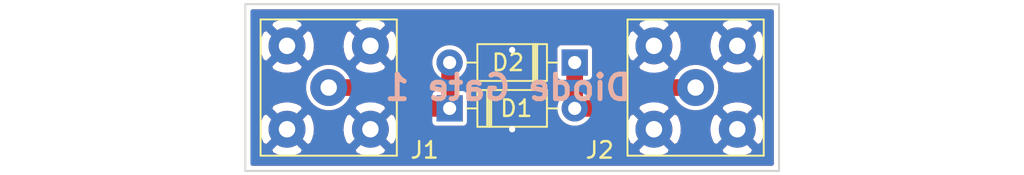
<source format=kicad_pcb>
(kicad_pcb (version 20171130) (host pcbnew "(5.1.5)-3")

  (general
    (thickness 1.6)
    (drawings 5)
    (tracks 10)
    (zones 0)
    (modules 4)
    (nets 4)
  )

  (page A4)
  (title_block
    (title "Diode Gate 1")
    (rev v01)
    (comment 2 "ARTS Lab")
    (comment 3 "University of South Carolina")
    (comment 4 "Jacob Martin")
  )

  (layers
    (0 F.Cu signal)
    (31 B.Cu signal hide)
    (32 B.Adhes user)
    (33 F.Adhes user)
    (34 B.Paste user)
    (35 F.Paste user)
    (36 B.SilkS user)
    (37 F.SilkS user)
    (38 B.Mask user)
    (39 F.Mask user)
    (40 Dwgs.User user)
    (41 Cmts.User user)
    (42 Eco1.User user)
    (43 Eco2.User user)
    (44 Edge.Cuts user)
    (45 Margin user)
    (46 B.CrtYd user)
    (47 F.CrtYd user)
    (48 B.Fab user)
    (49 F.Fab user hide)
  )

  (setup
    (last_trace_width 0.254)
    (user_trace_width 1.016)
    (trace_clearance 0.254)
    (zone_clearance 0.254)
    (zone_45_only no)
    (trace_min 0.1524)
    (via_size 0.762)
    (via_drill 0.381)
    (via_min_size 0.508)
    (via_min_drill 0.254)
    (uvia_size 0.762)
    (uvia_drill 0.381)
    (uvias_allowed no)
    (uvia_min_size 0.2)
    (uvia_min_drill 0.1)
    (edge_width 0.05)
    (segment_width 0.2)
    (pcb_text_width 0.3)
    (pcb_text_size 1.5 1.5)
    (mod_edge_width 0.12)
    (mod_text_size 1 1)
    (mod_text_width 0.15)
    (pad_size 2.25 2.25)
    (pad_drill 1)
    (pad_to_mask_clearance 0.051)
    (solder_mask_min_width 0.25)
    (aux_axis_origin 0 0)
    (visible_elements 7FFFFFFF)
    (pcbplotparams
      (layerselection 0x010f0_ffffffff)
      (usegerberextensions true)
      (usegerberattributes false)
      (usegerberadvancedattributes false)
      (creategerberjobfile false)
      (excludeedgelayer true)
      (linewidth 0.100000)
      (plotframeref false)
      (viasonmask false)
      (mode 1)
      (useauxorigin false)
      (hpglpennumber 1)
      (hpglpenspeed 20)
      (hpglpendiameter 15.000000)
      (psnegative false)
      (psa4output false)
      (plotreference true)
      (plotvalue false)
      (plotinvisibletext false)
      (padsonsilk false)
      (subtractmaskfromsilk false)
      (outputformat 1)
      (mirror false)
      (drillshape 0)
      (scaleselection 1)
      (outputdirectory "gerbers/"))
  )

  (net 0 "")
  (net 1 "Net-(D1-Pad1)")
  (net 2 "Net-(D1-Pad2)")
  (net 3 GND)

  (net_class Default "This is the default net class."
    (clearance 0.254)
    (trace_width 0.254)
    (via_dia 0.762)
    (via_drill 0.381)
    (uvia_dia 0.762)
    (uvia_drill 0.381)
    (add_net GND)
    (add_net "Net-(D1-Pad1)")
    (add_net "Net-(D1-Pad2)")
  )

  (module Diode_THT:D_DO-35_SOD27_P7.62mm_Horizontal (layer F.Cu) (tedit 5AE50CD5) (tstamp 5F7C1F32)
    (at 150.368 96.012)
    (descr "Diode, DO-35_SOD27 series, Axial, Horizontal, pin pitch=7.62mm, , length*diameter=4*2mm^2, , http://www.diodes.com/_files/packages/DO-35.pdf")
    (tags "Diode DO-35_SOD27 series Axial Horizontal pin pitch 7.62mm  length 4mm diameter 2mm")
    (path /5F765E51)
    (fp_text reference D1 (at 4.064 0) (layer F.SilkS)
      (effects (font (size 1 1) (thickness 0.15)))
    )
    (fp_text value 1N4148 (at 3.81 2.12) (layer F.Fab)
      (effects (font (size 1 1) (thickness 0.15)))
    )
    (fp_line (start 1.81 -1) (end 1.81 1) (layer F.Fab) (width 0.1))
    (fp_line (start 1.81 1) (end 5.81 1) (layer F.Fab) (width 0.1))
    (fp_line (start 5.81 1) (end 5.81 -1) (layer F.Fab) (width 0.1))
    (fp_line (start 5.81 -1) (end 1.81 -1) (layer F.Fab) (width 0.1))
    (fp_line (start 0 0) (end 1.81 0) (layer F.Fab) (width 0.1))
    (fp_line (start 7.62 0) (end 5.81 0) (layer F.Fab) (width 0.1))
    (fp_line (start 2.41 -1) (end 2.41 1) (layer F.Fab) (width 0.1))
    (fp_line (start 2.51 -1) (end 2.51 1) (layer F.Fab) (width 0.1))
    (fp_line (start 2.31 -1) (end 2.31 1) (layer F.Fab) (width 0.1))
    (fp_line (start 1.69 -1.12) (end 1.69 1.12) (layer F.SilkS) (width 0.12))
    (fp_line (start 1.69 1.12) (end 5.93 1.12) (layer F.SilkS) (width 0.12))
    (fp_line (start 5.93 1.12) (end 5.93 -1.12) (layer F.SilkS) (width 0.12))
    (fp_line (start 5.93 -1.12) (end 1.69 -1.12) (layer F.SilkS) (width 0.12))
    (fp_line (start 1.04 0) (end 1.69 0) (layer F.SilkS) (width 0.12))
    (fp_line (start 6.58 0) (end 5.93 0) (layer F.SilkS) (width 0.12))
    (fp_line (start 2.41 -1.12) (end 2.41 1.12) (layer F.SilkS) (width 0.12))
    (fp_line (start 2.53 -1.12) (end 2.53 1.12) (layer F.SilkS) (width 0.12))
    (fp_line (start 2.29 -1.12) (end 2.29 1.12) (layer F.SilkS) (width 0.12))
    (fp_line (start -1.05 -1.25) (end -1.05 1.25) (layer F.CrtYd) (width 0.05))
    (fp_line (start -1.05 1.25) (end 8.67 1.25) (layer F.CrtYd) (width 0.05))
    (fp_line (start 8.67 1.25) (end 8.67 -1.25) (layer F.CrtYd) (width 0.05))
    (fp_line (start 8.67 -1.25) (end -1.05 -1.25) (layer F.CrtYd) (width 0.05))
    (fp_text user %R (at 4.11 0) (layer F.Fab)
      (effects (font (size 0.8 0.8) (thickness 0.12)))
    )
    (fp_text user K (at 0 -1.8) (layer F.Fab)
      (effects (font (size 1 1) (thickness 0.15)))
    )
    (pad 1 thru_hole rect (at 0 0) (size 1.6 1.6) (drill 0.8) (layers *.Cu *.Mask)
      (net 1 "Net-(D1-Pad1)"))
    (pad 2 thru_hole oval (at 7.62 0) (size 1.6 1.6) (drill 0.8) (layers *.Cu *.Mask)
      (net 2 "Net-(D1-Pad2)"))
    (model ${KISYS3DMOD}/Diode_THT.3dshapes/D_DO-35_SOD27_P7.62mm_Horizontal.wrl
      (at (xyz 0 0 0))
      (scale (xyz 1 1 1))
      (rotate (xyz 0 0 0))
    )
  )

  (module Diode_THT:D_DO-35_SOD27_P7.62mm_Horizontal (layer F.Cu) (tedit 5AE50CD5) (tstamp 5F7C1F51)
    (at 157.988 93.218 180)
    (descr "Diode, DO-35_SOD27 series, Axial, Horizontal, pin pitch=7.62mm, , length*diameter=4*2mm^2, , http://www.diodes.com/_files/packages/DO-35.pdf")
    (tags "Diode DO-35_SOD27 series Axial Horizontal pin pitch 7.62mm  length 4mm diameter 2mm")
    (path /5F76783E)
    (fp_text reference D2 (at 4.064 0) (layer F.SilkS)
      (effects (font (size 1 1) (thickness 0.15)))
    )
    (fp_text value 1N4148 (at 3.81 2.12) (layer F.Fab)
      (effects (font (size 1 1) (thickness 0.15)))
    )
    (fp_text user K (at 0 -1.8) (layer F.Fab)
      (effects (font (size 1 1) (thickness 0.15)))
    )
    (fp_text user %R (at 4.11 0) (layer F.Fab)
      (effects (font (size 0.8 0.8) (thickness 0.12)))
    )
    (fp_line (start 8.67 -1.25) (end -1.05 -1.25) (layer F.CrtYd) (width 0.05))
    (fp_line (start 8.67 1.25) (end 8.67 -1.25) (layer F.CrtYd) (width 0.05))
    (fp_line (start -1.05 1.25) (end 8.67 1.25) (layer F.CrtYd) (width 0.05))
    (fp_line (start -1.05 -1.25) (end -1.05 1.25) (layer F.CrtYd) (width 0.05))
    (fp_line (start 2.29 -1.12) (end 2.29 1.12) (layer F.SilkS) (width 0.12))
    (fp_line (start 2.53 -1.12) (end 2.53 1.12) (layer F.SilkS) (width 0.12))
    (fp_line (start 2.41 -1.12) (end 2.41 1.12) (layer F.SilkS) (width 0.12))
    (fp_line (start 6.58 0) (end 5.93 0) (layer F.SilkS) (width 0.12))
    (fp_line (start 1.04 0) (end 1.69 0) (layer F.SilkS) (width 0.12))
    (fp_line (start 5.93 -1.12) (end 1.69 -1.12) (layer F.SilkS) (width 0.12))
    (fp_line (start 5.93 1.12) (end 5.93 -1.12) (layer F.SilkS) (width 0.12))
    (fp_line (start 1.69 1.12) (end 5.93 1.12) (layer F.SilkS) (width 0.12))
    (fp_line (start 1.69 -1.12) (end 1.69 1.12) (layer F.SilkS) (width 0.12))
    (fp_line (start 2.31 -1) (end 2.31 1) (layer F.Fab) (width 0.1))
    (fp_line (start 2.51 -1) (end 2.51 1) (layer F.Fab) (width 0.1))
    (fp_line (start 2.41 -1) (end 2.41 1) (layer F.Fab) (width 0.1))
    (fp_line (start 7.62 0) (end 5.81 0) (layer F.Fab) (width 0.1))
    (fp_line (start 0 0) (end 1.81 0) (layer F.Fab) (width 0.1))
    (fp_line (start 5.81 -1) (end 1.81 -1) (layer F.Fab) (width 0.1))
    (fp_line (start 5.81 1) (end 5.81 -1) (layer F.Fab) (width 0.1))
    (fp_line (start 1.81 1) (end 5.81 1) (layer F.Fab) (width 0.1))
    (fp_line (start 1.81 -1) (end 1.81 1) (layer F.Fab) (width 0.1))
    (pad 2 thru_hole oval (at 7.62 0 180) (size 1.6 1.6) (drill 0.8) (layers *.Cu *.Mask)
      (net 1 "Net-(D1-Pad1)"))
    (pad 1 thru_hole rect (at 0 0 180) (size 1.6 1.6) (drill 0.8) (layers *.Cu *.Mask)
      (net 2 "Net-(D1-Pad2)"))
    (model ${KISYS3DMOD}/Diode_THT.3dshapes/D_DO-35_SOD27_P7.62mm_Horizontal.wrl
      (at (xyz 0 0 0))
      (scale (xyz 1 1 1))
      (rotate (xyz 0 0 0))
    )
  )

  (module Connector_Coaxial:SMA_Amphenol_132203-12_Horizontal (layer F.Cu) (tedit 5F7CCB8C) (tstamp 5F7C1F7F)
    (at 143.002 94.742 90)
    (descr https://www.amphenolrf.com/media/downloads/1769/132203-12.pdf)
    (tags "SMA THT Female Jack Horizontal")
    (path /5F7689B5)
    (fp_text reference J1 (at -3.81 5.842) (layer F.SilkS)
      (effects (font (size 1 1) (thickness 0.15)))
    )
    (fp_text value Conn_Coaxial (at 0 5 90) (layer F.Fab)
      (effects (font (size 1 1) (thickness 0.15)))
    )
    (fp_line (start -3.175 -18) (end 3.175 -18.706) (layer F.Fab) (width 0.1))
    (fp_line (start -4 -4) (end 4 -4) (layer F.Fab) (width 0.1))
    (fp_line (start -3.9 -5.07) (end -3.9 -4) (layer F.Fab) (width 0.1))
    (fp_line (start 3.9 -5.07) (end -3.9 -5.07) (layer F.Fab) (width 0.1))
    (fp_line (start 3.9 -4) (end 3.9 -5.07) (layer F.Fab) (width 0.1))
    (fp_line (start 3.175 -19.5) (end 3.175 -5.07) (layer F.Fab) (width 0.1))
    (fp_line (start -3.175 -19.5) (end -3.175 -5.07) (layer F.Fab) (width 0.1))
    (fp_line (start -3.175 -19.5) (end 3.175 -19.5) (layer F.Fab) (width 0.1))
    (fp_text user %R (at 0 0 90) (layer F.Fab)
      (effects (font (size 1 1) (thickness 0.15)))
    )
    (fp_line (start -4.15 -4.15) (end 4.15 -4.15) (layer F.SilkS) (width 0.12))
    (fp_line (start -4.15 4.15) (end 4.15 4.15) (layer F.SilkS) (width 0.12))
    (fp_line (start 4.15 -4.15) (end 4.15 4.15) (layer F.SilkS) (width 0.12))
    (fp_line (start -4.15 -4.15) (end -4.15 4.15) (layer F.SilkS) (width 0.12))
    (fp_line (start 4 -4) (end 4 4) (layer F.Fab) (width 0.1))
    (fp_line (start -4 4) (end 4 4) (layer F.Fab) (width 0.1))
    (fp_line (start -4 -4) (end -4 4) (layer F.Fab) (width 0.1))
    (fp_line (start -4.5 -20) (end 4.5 -20) (layer F.CrtYd) (width 0.05))
    (fp_line (start -4.5 -20) (end -4.5 4.5) (layer F.CrtYd) (width 0.05))
    (fp_line (start 4.5 4.5) (end 4.5 -20) (layer F.CrtYd) (width 0.05))
    (fp_line (start 4.5 4.5) (end -4.5 4.5) (layer F.CrtYd) (width 0.05))
    (fp_line (start -3.175 -17.294) (end 3.175 -18) (layer F.Fab) (width 0.1))
    (fp_line (start -3.175 -16.588) (end 3.175 -17.294) (layer F.Fab) (width 0.1))
    (fp_line (start -3.175 -15.882) (end 3.175 -16.588) (layer F.Fab) (width 0.1))
    (fp_line (start -3.175 -15.176) (end 3.175 -15.882) (layer F.Fab) (width 0.1))
    (fp_line (start -3.175 -14.47) (end 3.175 -15.176) (layer F.Fab) (width 0.1))
    (fp_line (start -3.175 -13.764) (end 3.175 -14.47) (layer F.Fab) (width 0.1))
    (fp_line (start -3.175 -13.058) (end 3.175 -13.764) (layer F.Fab) (width 0.1))
    (fp_line (start -3.175 -12.352) (end 3.175 -13.058) (layer F.Fab) (width 0.1))
    (fp_line (start -3.175 -11.646) (end 3.175 -12.352) (layer F.Fab) (width 0.1))
    (fp_line (start -3.175 -10.94) (end 3.175 -11.646) (layer F.Fab) (width 0.1))
    (fp_line (start -3.175 -10.234) (end 3.175 -10.94) (layer F.Fab) (width 0.1))
    (fp_line (start -3.175 -9.528) (end 3.175 -10.234) (layer F.Fab) (width 0.1))
    (fp_line (start -3.175 -8.822) (end 3.175 -9.528) (layer F.Fab) (width 0.1))
    (fp_line (start -3.175 -8.116) (end 3.175 -8.822) (layer F.Fab) (width 0.1))
    (fp_line (start -3.175 -7.41) (end 3.175 -8.116) (layer F.Fab) (width 0.1))
    (fp_line (start -3.175 -6.704) (end 3.175 -7.41) (layer F.Fab) (width 0.1))
    (fp_line (start -3.175 -5.998) (end 3.175 -6.704) (layer F.Fab) (width 0.1))
    (pad 2 thru_hole circle (at -2.54 2.54 90) (size 2.25 2.25) (drill 1) (layers *.Cu *.Mask)
      (net 3 GND))
    (pad 2 thru_hole circle (at -2.54 -2.54 90) (size 2.25 2.25) (drill 1) (layers *.Cu *.Mask)
      (net 3 GND))
    (pad 2 thru_hole circle (at 2.54 -2.54 90) (size 2.25 2.25) (drill 1) (layers *.Cu *.Mask)
      (net 3 GND))
    (pad 2 thru_hole circle (at 2.54 2.54 180) (size 2.25 2.25) (drill 1) (layers *.Cu *.Mask)
      (net 3 GND))
    (pad 1 thru_hole circle (at 0 0 90) (size 2.25 2.25) (drill 1) (layers *.Cu *.Mask)
      (net 1 "Net-(D1-Pad1)"))
    (model ${KISYS3DMOD}/Connector_Coaxial.3dshapes/SMA_Amphenol_132203-12_Horizontal.wrl
      (at (xyz 0 0 0))
      (scale (xyz 1 1 1))
      (rotate (xyz 0 0 0))
    )
  )

  (module Connector_Coaxial:SMA_Amphenol_132203-12_Horizontal (layer F.Cu) (tedit 5F7CCBAA) (tstamp 5F7C1FAD)
    (at 165.354 94.742 270)
    (descr https://www.amphenolrf.com/media/downloads/1769/132203-12.pdf)
    (tags "SMA THT Female Jack Horizontal")
    (path /5F76AB86)
    (fp_text reference J2 (at 3.81 5.842) (layer F.SilkS)
      (effects (font (size 1 1) (thickness 0.15)))
    )
    (fp_text value Conn_Coaxial (at 0 5 90) (layer F.Fab)
      (effects (font (size 1 1) (thickness 0.15)))
    )
    (fp_line (start -3.175 -5.998) (end 3.175 -6.704) (layer F.Fab) (width 0.1))
    (fp_line (start -3.175 -6.704) (end 3.175 -7.41) (layer F.Fab) (width 0.1))
    (fp_line (start -3.175 -7.41) (end 3.175 -8.116) (layer F.Fab) (width 0.1))
    (fp_line (start -3.175 -8.116) (end 3.175 -8.822) (layer F.Fab) (width 0.1))
    (fp_line (start -3.175 -8.822) (end 3.175 -9.528) (layer F.Fab) (width 0.1))
    (fp_line (start -3.175 -9.528) (end 3.175 -10.234) (layer F.Fab) (width 0.1))
    (fp_line (start -3.175 -10.234) (end 3.175 -10.94) (layer F.Fab) (width 0.1))
    (fp_line (start -3.175 -10.94) (end 3.175 -11.646) (layer F.Fab) (width 0.1))
    (fp_line (start -3.175 -11.646) (end 3.175 -12.352) (layer F.Fab) (width 0.1))
    (fp_line (start -3.175 -12.352) (end 3.175 -13.058) (layer F.Fab) (width 0.1))
    (fp_line (start -3.175 -13.058) (end 3.175 -13.764) (layer F.Fab) (width 0.1))
    (fp_line (start -3.175 -13.764) (end 3.175 -14.47) (layer F.Fab) (width 0.1))
    (fp_line (start -3.175 -14.47) (end 3.175 -15.176) (layer F.Fab) (width 0.1))
    (fp_line (start -3.175 -15.176) (end 3.175 -15.882) (layer F.Fab) (width 0.1))
    (fp_line (start -3.175 -15.882) (end 3.175 -16.588) (layer F.Fab) (width 0.1))
    (fp_line (start -3.175 -16.588) (end 3.175 -17.294) (layer F.Fab) (width 0.1))
    (fp_line (start -3.175 -17.294) (end 3.175 -18) (layer F.Fab) (width 0.1))
    (fp_line (start 4.5 4.5) (end -4.5 4.5) (layer F.CrtYd) (width 0.05))
    (fp_line (start 4.5 4.5) (end 4.5 -20) (layer F.CrtYd) (width 0.05))
    (fp_line (start -4.5 -20) (end -4.5 4.5) (layer F.CrtYd) (width 0.05))
    (fp_line (start -4.5 -20) (end 4.5 -20) (layer F.CrtYd) (width 0.05))
    (fp_line (start -4 -4) (end -4 4) (layer F.Fab) (width 0.1))
    (fp_line (start -4 4) (end 4 4) (layer F.Fab) (width 0.1))
    (fp_line (start 4 -4) (end 4 4) (layer F.Fab) (width 0.1))
    (fp_line (start -4.15 -4.15) (end -4.15 4.15) (layer F.SilkS) (width 0.12))
    (fp_line (start 4.15 -4.15) (end 4.15 4.15) (layer F.SilkS) (width 0.12))
    (fp_line (start -4.15 4.15) (end 4.15 4.15) (layer F.SilkS) (width 0.12))
    (fp_line (start -4.15 -4.15) (end 4.15 -4.15) (layer F.SilkS) (width 0.12))
    (fp_text user %R (at 0 0 90) (layer F.Fab)
      (effects (font (size 1 1) (thickness 0.15)))
    )
    (fp_line (start -3.175 -19.5) (end 3.175 -19.5) (layer F.Fab) (width 0.1))
    (fp_line (start -3.175 -19.5) (end -3.175 -5.07) (layer F.Fab) (width 0.1))
    (fp_line (start 3.175 -19.5) (end 3.175 -5.07) (layer F.Fab) (width 0.1))
    (fp_line (start 3.9 -4) (end 3.9 -5.07) (layer F.Fab) (width 0.1))
    (fp_line (start 3.9 -5.07) (end -3.9 -5.07) (layer F.Fab) (width 0.1))
    (fp_line (start -3.9 -5.07) (end -3.9 -4) (layer F.Fab) (width 0.1))
    (fp_line (start -4 -4) (end 4 -4) (layer F.Fab) (width 0.1))
    (fp_line (start -3.175 -18) (end 3.175 -18.706) (layer F.Fab) (width 0.1))
    (pad 1 thru_hole circle (at 0 0 270) (size 2.25 2.25) (drill 1) (layers *.Cu *.Mask)
      (net 2 "Net-(D1-Pad2)"))
    (pad 2 thru_hole circle (at 2.54 2.54) (size 2.25 2.25) (drill 1) (layers *.Cu *.Mask)
      (net 3 GND))
    (pad 2 thru_hole circle (at 2.54 -2.54 270) (size 2.25 2.25) (drill 1) (layers *.Cu *.Mask)
      (net 3 GND))
    (pad 2 thru_hole circle (at -2.54 -2.54 270) (size 2.25 2.25) (drill 1) (layers *.Cu *.Mask)
      (net 3 GND))
    (pad 2 thru_hole circle (at -2.54 2.54 270) (size 2.25 2.25) (drill 1) (layers *.Cu *.Mask)
      (net 3 GND))
    (model ${KISYS3DMOD}/Connector_Coaxial.3dshapes/SMA_Amphenol_132203-12_Horizontal.wrl
      (at (xyz 0 0 0))
      (scale (xyz 1 1 1))
      (rotate (xyz 0 0 0))
    )
  )

  (gr_text "Diode Gate 1" (at 153.924 94.742) (layer B.SilkS)
    (effects (font (size 1.5 1.5) (thickness 0.3)) (justify mirror))
  )
  (gr_line (start 170.434 99.822) (end 170.434 89.662) (layer Edge.Cuts) (width 0.12) (tstamp 5F7C27B8))
  (gr_line (start 137.922 99.822) (end 170.434 99.822) (layer Edge.Cuts) (width 0.12))
  (gr_line (start 137.922 89.662) (end 137.922 99.822) (layer Edge.Cuts) (width 0.12))
  (gr_line (start 137.922 89.662) (end 170.434 89.662) (layer Edge.Cuts) (width 0.12))

  (segment (start 143.002 94.742) (end 146.812 94.742) (width 1.016) (layer F.Cu) (net 1))
  (segment (start 148.082 96.012) (end 150.368 96.012) (width 1.016) (layer F.Cu) (net 1))
  (segment (start 146.812 94.742) (end 148.082 96.012) (width 1.016) (layer F.Cu) (net 1))
  (segment (start 150.368 96.012) (end 150.368 93.218) (width 1.016) (layer F.Cu) (net 1))
  (segment (start 161.544 94.742) (end 165.354 94.742) (width 1.016) (layer F.Cu) (net 2))
  (segment (start 157.988 96.012) (end 160.274 96.012) (width 1.016) (layer F.Cu) (net 2))
  (segment (start 160.274 96.012) (end 161.544 94.742) (width 1.016) (layer F.Cu) (net 2))
  (segment (start 157.988 96.012) (end 157.988 93.218) (width 1.016) (layer F.Cu) (net 2))
  (via (at 154.178 92.456) (size 0.762) (drill 0.381) (layers F.Cu B.Cu) (net 3))
  (via (at 154.178 97.282) (size 0.762) (drill 0.381) (layers F.Cu B.Cu) (net 3))

  (zone (net 3) (net_name GND) (layer F.Cu) (tstamp 5F7C2ABA) (hatch edge 0.508)
    (connect_pads (clearance 0.254))
    (min_thickness 0.254)
    (fill yes (arc_segments 32) (thermal_gap 0.508) (thermal_bridge_width 0.508))
    (polygon
      (pts
        (xy 170.688 100.076) (xy 137.668 100.076) (xy 137.668 89.408) (xy 170.688 89.408)
      )
    )
    (filled_polygon
      (pts
        (xy 169.993 99.381) (xy 138.363 99.381) (xy 138.363 98.506531) (xy 139.417074 98.506531) (xy 139.527921 98.783714)
        (xy 139.83884 98.937089) (xy 140.173705 99.02686) (xy 140.51965 99.049576) (xy 140.86338 99.004366) (xy 141.191685 98.892966)
        (xy 141.396079 98.783714) (xy 141.506926 98.506531) (xy 144.497074 98.506531) (xy 144.607921 98.783714) (xy 144.91884 98.937089)
        (xy 145.253705 99.02686) (xy 145.59965 99.049576) (xy 145.94338 99.004366) (xy 146.271685 98.892966) (xy 146.476079 98.783714)
        (xy 146.586926 98.506531) (xy 161.769074 98.506531) (xy 161.879921 98.783714) (xy 162.19084 98.937089) (xy 162.525705 99.02686)
        (xy 162.87165 99.049576) (xy 163.21538 99.004366) (xy 163.543685 98.892966) (xy 163.748079 98.783714) (xy 163.858926 98.506531)
        (xy 166.849074 98.506531) (xy 166.959921 98.783714) (xy 167.27084 98.937089) (xy 167.605705 99.02686) (xy 167.95165 99.049576)
        (xy 168.29538 99.004366) (xy 168.623685 98.892966) (xy 168.828079 98.783714) (xy 168.938926 98.506531) (xy 167.894 97.461605)
        (xy 166.849074 98.506531) (xy 163.858926 98.506531) (xy 162.814 97.461605) (xy 161.769074 98.506531) (xy 146.586926 98.506531)
        (xy 145.542 97.461605) (xy 144.497074 98.506531) (xy 141.506926 98.506531) (xy 140.462 97.461605) (xy 139.417074 98.506531)
        (xy 138.363 98.506531) (xy 138.363 97.33965) (xy 138.694424 97.33965) (xy 138.739634 97.68338) (xy 138.851034 98.011685)
        (xy 138.960286 98.216079) (xy 139.237469 98.326926) (xy 140.282395 97.282) (xy 140.641605 97.282) (xy 141.686531 98.326926)
        (xy 141.963714 98.216079) (xy 142.117089 97.90516) (xy 142.20686 97.570295) (xy 142.222004 97.33965) (xy 143.774424 97.33965)
        (xy 143.819634 97.68338) (xy 143.931034 98.011685) (xy 144.040286 98.216079) (xy 144.317469 98.326926) (xy 145.362395 97.282)
        (xy 145.721605 97.282) (xy 146.766531 98.326926) (xy 147.043714 98.216079) (xy 147.197089 97.90516) (xy 147.28686 97.570295)
        (xy 147.302004 97.33965) (xy 161.046424 97.33965) (xy 161.091634 97.68338) (xy 161.203034 98.011685) (xy 161.312286 98.216079)
        (xy 161.589469 98.326926) (xy 162.634395 97.282) (xy 162.993605 97.282) (xy 164.038531 98.326926) (xy 164.315714 98.216079)
        (xy 164.469089 97.90516) (xy 164.55886 97.570295) (xy 164.574004 97.33965) (xy 166.126424 97.33965) (xy 166.171634 97.68338)
        (xy 166.283034 98.011685) (xy 166.392286 98.216079) (xy 166.669469 98.326926) (xy 167.714395 97.282) (xy 168.073605 97.282)
        (xy 169.118531 98.326926) (xy 169.395714 98.216079) (xy 169.549089 97.90516) (xy 169.63886 97.570295) (xy 169.661576 97.22435)
        (xy 169.616366 96.88062) (xy 169.504966 96.552315) (xy 169.395714 96.347921) (xy 169.118531 96.237074) (xy 168.073605 97.282)
        (xy 167.714395 97.282) (xy 166.669469 96.237074) (xy 166.392286 96.347921) (xy 166.238911 96.65884) (xy 166.14914 96.993705)
        (xy 166.126424 97.33965) (xy 164.574004 97.33965) (xy 164.581576 97.22435) (xy 164.536366 96.88062) (xy 164.424966 96.552315)
        (xy 164.315714 96.347921) (xy 164.038531 96.237074) (xy 162.993605 97.282) (xy 162.634395 97.282) (xy 161.589469 96.237074)
        (xy 161.312286 96.347921) (xy 161.158911 96.65884) (xy 161.06914 96.993705) (xy 161.046424 97.33965) (xy 147.302004 97.33965)
        (xy 147.309576 97.22435) (xy 147.264366 96.88062) (xy 147.152966 96.552315) (xy 147.043714 96.347921) (xy 146.766531 96.237074)
        (xy 145.721605 97.282) (xy 145.362395 97.282) (xy 144.317469 96.237074) (xy 144.040286 96.347921) (xy 143.886911 96.65884)
        (xy 143.79714 96.993705) (xy 143.774424 97.33965) (xy 142.222004 97.33965) (xy 142.229576 97.22435) (xy 142.184366 96.88062)
        (xy 142.072966 96.552315) (xy 141.963714 96.347921) (xy 141.686531 96.237074) (xy 140.641605 97.282) (xy 140.282395 97.282)
        (xy 139.237469 96.237074) (xy 138.960286 96.347921) (xy 138.806911 96.65884) (xy 138.71714 96.993705) (xy 138.694424 97.33965)
        (xy 138.363 97.33965) (xy 138.363 96.057469) (xy 139.417074 96.057469) (xy 140.462 97.102395) (xy 141.506926 96.057469)
        (xy 141.396079 95.780286) (xy 141.08516 95.626911) (xy 140.750295 95.53714) (xy 140.40435 95.514424) (xy 140.06062 95.559634)
        (xy 139.732315 95.671034) (xy 139.527921 95.780286) (xy 139.417074 96.057469) (xy 138.363 96.057469) (xy 138.363 94.593672)
        (xy 141.496 94.593672) (xy 141.496 94.890328) (xy 141.553875 95.181284) (xy 141.6674 95.455359) (xy 141.832213 95.702019)
        (xy 142.041981 95.911787) (xy 142.288641 96.0766) (xy 142.562716 96.190125) (xy 142.853672 96.248) (xy 143.150328 96.248)
        (xy 143.441284 96.190125) (xy 143.715359 96.0766) (xy 143.962019 95.911787) (xy 144.171787 95.702019) (xy 144.21924 95.631)
        (xy 144.930299 95.631) (xy 144.812315 95.671034) (xy 144.607921 95.780286) (xy 144.497074 96.057469) (xy 145.542 97.102395)
        (xy 146.586926 96.057469) (xy 146.476079 95.780286) (xy 146.173449 95.631) (xy 146.443765 95.631) (xy 147.422506 96.609741)
        (xy 147.450341 96.643659) (xy 147.585709 96.754753) (xy 147.740149 96.837303) (xy 147.806058 96.857296) (xy 147.907724 96.888136)
        (xy 147.940924 96.891406) (xy 148.038333 96.901) (xy 148.038339 96.901) (xy 148.081999 96.9053) (xy 148.125659 96.901)
        (xy 149.196854 96.901) (xy 149.214299 96.958508) (xy 149.249678 97.024696) (xy 149.297289 97.082711) (xy 149.355304 97.130322)
        (xy 149.421492 97.165701) (xy 149.493311 97.187487) (xy 149.568 97.194843) (xy 151.168 97.194843) (xy 151.242689 97.187487)
        (xy 151.314508 97.165701) (xy 151.380696 97.130322) (xy 151.438711 97.082711) (xy 151.486322 97.024696) (xy 151.521701 96.958508)
        (xy 151.543487 96.886689) (xy 151.550843 96.812) (xy 151.550843 95.212) (xy 151.543487 95.137311) (xy 151.521701 95.065492)
        (xy 151.486322 94.999304) (xy 151.438711 94.941289) (xy 151.380696 94.893678) (xy 151.314508 94.858299) (xy 151.257 94.840854)
        (xy 151.257 93.999185) (xy 151.285342 93.970843) (xy 151.414588 93.777413) (xy 151.503614 93.562485) (xy 151.549 93.334318)
        (xy 151.549 93.101682) (xy 151.503614 92.873515) (xy 151.414588 92.658587) (xy 151.285342 92.465157) (xy 151.238185 92.418)
        (xy 156.805157 92.418) (xy 156.805157 94.018) (xy 156.812513 94.092689) (xy 156.834299 94.164508) (xy 156.869678 94.230696)
        (xy 156.917289 94.288711) (xy 156.975304 94.336322) (xy 157.041492 94.371701) (xy 157.099001 94.389146) (xy 157.099 95.230815)
        (xy 157.070658 95.259157) (xy 156.941412 95.452587) (xy 156.852386 95.667515) (xy 156.807 95.895682) (xy 156.807 96.128318)
        (xy 156.852386 96.356485) (xy 156.941412 96.571413) (xy 157.070658 96.764843) (xy 157.235157 96.929342) (xy 157.428587 97.058588)
        (xy 157.643515 97.147614) (xy 157.871682 97.193) (xy 158.104318 97.193) (xy 158.332485 97.147614) (xy 158.547413 97.058588)
        (xy 158.740843 96.929342) (xy 158.769185 96.901) (xy 160.23034 96.901) (xy 160.274 96.9053) (xy 160.31766 96.901)
        (xy 160.317667 96.901) (xy 160.448274 96.888136) (xy 160.615851 96.837303) (xy 160.770291 96.754753) (xy 160.905659 96.643659)
        (xy 160.933499 96.609736) (xy 161.912236 95.631) (xy 162.202299 95.631) (xy 162.084315 95.671034) (xy 161.879921 95.780286)
        (xy 161.769074 96.057469) (xy 162.814 97.102395) (xy 163.858926 96.057469) (xy 163.748079 95.780286) (xy 163.445449 95.631)
        (xy 164.13676 95.631) (xy 164.184213 95.702019) (xy 164.393981 95.911787) (xy 164.640641 96.0766) (xy 164.914716 96.190125)
        (xy 165.205672 96.248) (xy 165.502328 96.248) (xy 165.793284 96.190125) (xy 166.067359 96.0766) (xy 166.09599 96.057469)
        (xy 166.849074 96.057469) (xy 167.894 97.102395) (xy 168.938926 96.057469) (xy 168.828079 95.780286) (xy 168.51716 95.626911)
        (xy 168.182295 95.53714) (xy 167.83635 95.514424) (xy 167.49262 95.559634) (xy 167.164315 95.671034) (xy 166.959921 95.780286)
        (xy 166.849074 96.057469) (xy 166.09599 96.057469) (xy 166.314019 95.911787) (xy 166.523787 95.702019) (xy 166.6886 95.455359)
        (xy 166.802125 95.181284) (xy 166.86 94.890328) (xy 166.86 94.593672) (xy 166.802125 94.302716) (xy 166.6886 94.028641)
        (xy 166.523787 93.781981) (xy 166.314019 93.572213) (xy 166.095991 93.426531) (xy 166.849074 93.426531) (xy 166.959921 93.703714)
        (xy 167.27084 93.857089) (xy 167.605705 93.94686) (xy 167.95165 93.969576) (xy 168.29538 93.924366) (xy 168.623685 93.812966)
        (xy 168.828079 93.703714) (xy 168.938926 93.426531) (xy 167.894 92.381605) (xy 166.849074 93.426531) (xy 166.095991 93.426531)
        (xy 166.067359 93.4074) (xy 165.793284 93.293875) (xy 165.502328 93.236) (xy 165.205672 93.236) (xy 164.914716 93.293875)
        (xy 164.640641 93.4074) (xy 164.393981 93.572213) (xy 164.184213 93.781981) (xy 164.13676 93.853) (xy 163.425701 93.853)
        (xy 163.543685 93.812966) (xy 163.748079 93.703714) (xy 163.858926 93.426531) (xy 162.814 92.381605) (xy 161.769074 93.426531)
        (xy 161.879921 93.703714) (xy 162.182551 93.853) (xy 161.587659 93.853) (xy 161.543999 93.8487) (xy 161.500339 93.853)
        (xy 161.500333 93.853) (xy 161.402924 93.862594) (xy 161.369724 93.865864) (xy 161.268058 93.896704) (xy 161.202149 93.916697)
        (xy 161.047709 93.999247) (xy 160.912341 94.110341) (xy 160.884506 94.144259) (xy 159.905765 95.123) (xy 158.877 95.123)
        (xy 158.877 94.389146) (xy 158.934508 94.371701) (xy 159.000696 94.336322) (xy 159.058711 94.288711) (xy 159.106322 94.230696)
        (xy 159.141701 94.164508) (xy 159.163487 94.092689) (xy 159.170843 94.018) (xy 159.170843 92.418) (xy 159.163487 92.343311)
        (xy 159.141701 92.271492) (xy 159.135372 92.25965) (xy 161.046424 92.25965) (xy 161.091634 92.60338) (xy 161.203034 92.931685)
        (xy 161.312286 93.136079) (xy 161.589469 93.246926) (xy 162.634395 92.202) (xy 162.993605 92.202) (xy 164.038531 93.246926)
        (xy 164.315714 93.136079) (xy 164.469089 92.82516) (xy 164.55886 92.490295) (xy 164.574004 92.25965) (xy 166.126424 92.25965)
        (xy 166.171634 92.60338) (xy 166.283034 92.931685) (xy 166.392286 93.136079) (xy 166.669469 93.246926) (xy 167.714395 92.202)
        (xy 168.073605 92.202) (xy 169.118531 93.246926) (xy 169.395714 93.136079) (xy 169.549089 92.82516) (xy 169.63886 92.490295)
        (xy 169.661576 92.14435) (xy 169.616366 91.80062) (xy 169.504966 91.472315) (xy 169.395714 91.267921) (xy 169.118531 91.157074)
        (xy 168.073605 92.202) (xy 167.714395 92.202) (xy 166.669469 91.157074) (xy 166.392286 91.267921) (xy 166.238911 91.57884)
        (xy 166.14914 91.913705) (xy 166.126424 92.25965) (xy 164.574004 92.25965) (xy 164.581576 92.14435) (xy 164.536366 91.80062)
        (xy 164.424966 91.472315) (xy 164.315714 91.267921) (xy 164.038531 91.157074) (xy 162.993605 92.202) (xy 162.634395 92.202)
        (xy 161.589469 91.157074) (xy 161.312286 91.267921) (xy 161.158911 91.57884) (xy 161.06914 91.913705) (xy 161.046424 92.25965)
        (xy 159.135372 92.25965) (xy 159.106322 92.205304) (xy 159.058711 92.147289) (xy 159.000696 92.099678) (xy 158.934508 92.064299)
        (xy 158.862689 92.042513) (xy 158.788 92.035157) (xy 157.188 92.035157) (xy 157.113311 92.042513) (xy 157.041492 92.064299)
        (xy 156.975304 92.099678) (xy 156.917289 92.147289) (xy 156.869678 92.205304) (xy 156.834299 92.271492) (xy 156.812513 92.343311)
        (xy 156.805157 92.418) (xy 151.238185 92.418) (xy 151.120843 92.300658) (xy 150.927413 92.171412) (xy 150.712485 92.082386)
        (xy 150.484318 92.037) (xy 150.251682 92.037) (xy 150.023515 92.082386) (xy 149.808587 92.171412) (xy 149.615157 92.300658)
        (xy 149.450658 92.465157) (xy 149.321412 92.658587) (xy 149.232386 92.873515) (xy 149.187 93.101682) (xy 149.187 93.334318)
        (xy 149.232386 93.562485) (xy 149.321412 93.777413) (xy 149.450658 93.970843) (xy 149.479001 93.999186) (xy 149.479 94.840854)
        (xy 149.421492 94.858299) (xy 149.355304 94.893678) (xy 149.297289 94.941289) (xy 149.249678 94.999304) (xy 149.214299 95.065492)
        (xy 149.196854 95.123) (xy 148.450236 95.123) (xy 147.471499 94.144264) (xy 147.443659 94.110341) (xy 147.308291 93.999247)
        (xy 147.153851 93.916697) (xy 146.986274 93.865864) (xy 146.855667 93.853) (xy 146.85566 93.853) (xy 146.812 93.8487)
        (xy 146.76834 93.853) (xy 146.153701 93.853) (xy 146.271685 93.812966) (xy 146.476079 93.703714) (xy 146.586926 93.426531)
        (xy 145.542 92.381605) (xy 144.497074 93.426531) (xy 144.607921 93.703714) (xy 144.910551 93.853) (xy 144.21924 93.853)
        (xy 144.171787 93.781981) (xy 143.962019 93.572213) (xy 143.715359 93.4074) (xy 143.441284 93.293875) (xy 143.150328 93.236)
        (xy 142.853672 93.236) (xy 142.562716 93.293875) (xy 142.288641 93.4074) (xy 142.041981 93.572213) (xy 141.832213 93.781981)
        (xy 141.6674 94.028641) (xy 141.553875 94.302716) (xy 141.496 94.593672) (xy 138.363 94.593672) (xy 138.363 93.426531)
        (xy 139.417074 93.426531) (xy 139.527921 93.703714) (xy 139.83884 93.857089) (xy 140.173705 93.94686) (xy 140.51965 93.969576)
        (xy 140.86338 93.924366) (xy 141.191685 93.812966) (xy 141.396079 93.703714) (xy 141.506926 93.426531) (xy 140.462 92.381605)
        (xy 139.417074 93.426531) (xy 138.363 93.426531) (xy 138.363 92.25965) (xy 138.694424 92.25965) (xy 138.739634 92.60338)
        (xy 138.851034 92.931685) (xy 138.960286 93.136079) (xy 139.237469 93.246926) (xy 140.282395 92.202) (xy 140.641605 92.202)
        (xy 141.686531 93.246926) (xy 141.963714 93.136079) (xy 142.117089 92.82516) (xy 142.20686 92.490295) (xy 142.222004 92.25965)
        (xy 143.774424 92.25965) (xy 143.819634 92.60338) (xy 143.931034 92.931685) (xy 144.040286 93.136079) (xy 144.317469 93.246926)
        (xy 145.362395 92.202) (xy 145.721605 92.202) (xy 146.766531 93.246926) (xy 147.043714 93.136079) (xy 147.197089 92.82516)
        (xy 147.28686 92.490295) (xy 147.309576 92.14435) (xy 147.264366 91.80062) (xy 147.152966 91.472315) (xy 147.043714 91.267921)
        (xy 146.766531 91.157074) (xy 145.721605 92.202) (xy 145.362395 92.202) (xy 144.317469 91.157074) (xy 144.040286 91.267921)
        (xy 143.886911 91.57884) (xy 143.79714 91.913705) (xy 143.774424 92.25965) (xy 142.222004 92.25965) (xy 142.229576 92.14435)
        (xy 142.184366 91.80062) (xy 142.072966 91.472315) (xy 141.963714 91.267921) (xy 141.686531 91.157074) (xy 140.641605 92.202)
        (xy 140.282395 92.202) (xy 139.237469 91.157074) (xy 138.960286 91.267921) (xy 138.806911 91.57884) (xy 138.71714 91.913705)
        (xy 138.694424 92.25965) (xy 138.363 92.25965) (xy 138.363 90.977469) (xy 139.417074 90.977469) (xy 140.462 92.022395)
        (xy 141.506926 90.977469) (xy 144.497074 90.977469) (xy 145.542 92.022395) (xy 146.586926 90.977469) (xy 161.769074 90.977469)
        (xy 162.814 92.022395) (xy 163.858926 90.977469) (xy 166.849074 90.977469) (xy 167.894 92.022395) (xy 168.938926 90.977469)
        (xy 168.828079 90.700286) (xy 168.51716 90.546911) (xy 168.182295 90.45714) (xy 167.83635 90.434424) (xy 167.49262 90.479634)
        (xy 167.164315 90.591034) (xy 166.959921 90.700286) (xy 166.849074 90.977469) (xy 163.858926 90.977469) (xy 163.748079 90.700286)
        (xy 163.43716 90.546911) (xy 163.102295 90.45714) (xy 162.75635 90.434424) (xy 162.41262 90.479634) (xy 162.084315 90.591034)
        (xy 161.879921 90.700286) (xy 161.769074 90.977469) (xy 146.586926 90.977469) (xy 146.476079 90.700286) (xy 146.16516 90.546911)
        (xy 145.830295 90.45714) (xy 145.48435 90.434424) (xy 145.14062 90.479634) (xy 144.812315 90.591034) (xy 144.607921 90.700286)
        (xy 144.497074 90.977469) (xy 141.506926 90.977469) (xy 141.396079 90.700286) (xy 141.08516 90.546911) (xy 140.750295 90.45714)
        (xy 140.40435 90.434424) (xy 140.06062 90.479634) (xy 139.732315 90.591034) (xy 139.527921 90.700286) (xy 139.417074 90.977469)
        (xy 138.363 90.977469) (xy 138.363 90.103) (xy 169.993001 90.103)
      )
    )
  )
  (zone (net 3) (net_name GND) (layer B.Cu) (tstamp 5F7C2AB7) (hatch edge 0.508)
    (connect_pads (clearance 0.254))
    (min_thickness 0.254)
    (fill yes (arc_segments 32) (thermal_gap 0.508) (thermal_bridge_width 0.508))
    (polygon
      (pts
        (xy 170.688 100.076) (xy 137.668 100.076) (xy 137.668 89.408) (xy 170.688 89.408)
      )
    )
    (filled_polygon
      (pts
        (xy 169.993 99.381) (xy 138.363 99.381) (xy 138.363 98.506531) (xy 139.417074 98.506531) (xy 139.527921 98.783714)
        (xy 139.83884 98.937089) (xy 140.173705 99.02686) (xy 140.51965 99.049576) (xy 140.86338 99.004366) (xy 141.191685 98.892966)
        (xy 141.396079 98.783714) (xy 141.506926 98.506531) (xy 144.497074 98.506531) (xy 144.607921 98.783714) (xy 144.91884 98.937089)
        (xy 145.253705 99.02686) (xy 145.59965 99.049576) (xy 145.94338 99.004366) (xy 146.271685 98.892966) (xy 146.476079 98.783714)
        (xy 146.586926 98.506531) (xy 161.769074 98.506531) (xy 161.879921 98.783714) (xy 162.19084 98.937089) (xy 162.525705 99.02686)
        (xy 162.87165 99.049576) (xy 163.21538 99.004366) (xy 163.543685 98.892966) (xy 163.748079 98.783714) (xy 163.858926 98.506531)
        (xy 166.849074 98.506531) (xy 166.959921 98.783714) (xy 167.27084 98.937089) (xy 167.605705 99.02686) (xy 167.95165 99.049576)
        (xy 168.29538 99.004366) (xy 168.623685 98.892966) (xy 168.828079 98.783714) (xy 168.938926 98.506531) (xy 167.894 97.461605)
        (xy 166.849074 98.506531) (xy 163.858926 98.506531) (xy 162.814 97.461605) (xy 161.769074 98.506531) (xy 146.586926 98.506531)
        (xy 145.542 97.461605) (xy 144.497074 98.506531) (xy 141.506926 98.506531) (xy 140.462 97.461605) (xy 139.417074 98.506531)
        (xy 138.363 98.506531) (xy 138.363 97.33965) (xy 138.694424 97.33965) (xy 138.739634 97.68338) (xy 138.851034 98.011685)
        (xy 138.960286 98.216079) (xy 139.237469 98.326926) (xy 140.282395 97.282) (xy 140.641605 97.282) (xy 141.686531 98.326926)
        (xy 141.963714 98.216079) (xy 142.117089 97.90516) (xy 142.20686 97.570295) (xy 142.222004 97.33965) (xy 143.774424 97.33965)
        (xy 143.819634 97.68338) (xy 143.931034 98.011685) (xy 144.040286 98.216079) (xy 144.317469 98.326926) (xy 145.362395 97.282)
        (xy 145.721605 97.282) (xy 146.766531 98.326926) (xy 147.043714 98.216079) (xy 147.197089 97.90516) (xy 147.28686 97.570295)
        (xy 147.302004 97.33965) (xy 161.046424 97.33965) (xy 161.091634 97.68338) (xy 161.203034 98.011685) (xy 161.312286 98.216079)
        (xy 161.589469 98.326926) (xy 162.634395 97.282) (xy 162.993605 97.282) (xy 164.038531 98.326926) (xy 164.315714 98.216079)
        (xy 164.469089 97.90516) (xy 164.55886 97.570295) (xy 164.574004 97.33965) (xy 166.126424 97.33965) (xy 166.171634 97.68338)
        (xy 166.283034 98.011685) (xy 166.392286 98.216079) (xy 166.669469 98.326926) (xy 167.714395 97.282) (xy 168.073605 97.282)
        (xy 169.118531 98.326926) (xy 169.395714 98.216079) (xy 169.549089 97.90516) (xy 169.63886 97.570295) (xy 169.661576 97.22435)
        (xy 169.616366 96.88062) (xy 169.504966 96.552315) (xy 169.395714 96.347921) (xy 169.118531 96.237074) (xy 168.073605 97.282)
        (xy 167.714395 97.282) (xy 166.669469 96.237074) (xy 166.392286 96.347921) (xy 166.238911 96.65884) (xy 166.14914 96.993705)
        (xy 166.126424 97.33965) (xy 164.574004 97.33965) (xy 164.581576 97.22435) (xy 164.536366 96.88062) (xy 164.424966 96.552315)
        (xy 164.315714 96.347921) (xy 164.038531 96.237074) (xy 162.993605 97.282) (xy 162.634395 97.282) (xy 161.589469 96.237074)
        (xy 161.312286 96.347921) (xy 161.158911 96.65884) (xy 161.06914 96.993705) (xy 161.046424 97.33965) (xy 147.302004 97.33965)
        (xy 147.309576 97.22435) (xy 147.264366 96.88062) (xy 147.152966 96.552315) (xy 147.043714 96.347921) (xy 146.766531 96.237074)
        (xy 145.721605 97.282) (xy 145.362395 97.282) (xy 144.317469 96.237074) (xy 144.040286 96.347921) (xy 143.886911 96.65884)
        (xy 143.79714 96.993705) (xy 143.774424 97.33965) (xy 142.222004 97.33965) (xy 142.229576 97.22435) (xy 142.184366 96.88062)
        (xy 142.072966 96.552315) (xy 141.963714 96.347921) (xy 141.686531 96.237074) (xy 140.641605 97.282) (xy 140.282395 97.282)
        (xy 139.237469 96.237074) (xy 138.960286 96.347921) (xy 138.806911 96.65884) (xy 138.71714 96.993705) (xy 138.694424 97.33965)
        (xy 138.363 97.33965) (xy 138.363 96.057469) (xy 139.417074 96.057469) (xy 140.462 97.102395) (xy 141.506926 96.057469)
        (xy 141.396079 95.780286) (xy 141.08516 95.626911) (xy 140.750295 95.53714) (xy 140.40435 95.514424) (xy 140.06062 95.559634)
        (xy 139.732315 95.671034) (xy 139.527921 95.780286) (xy 139.417074 96.057469) (xy 138.363 96.057469) (xy 138.363 94.593672)
        (xy 141.496 94.593672) (xy 141.496 94.890328) (xy 141.553875 95.181284) (xy 141.6674 95.455359) (xy 141.832213 95.702019)
        (xy 142.041981 95.911787) (xy 142.288641 96.0766) (xy 142.562716 96.190125) (xy 142.853672 96.248) (xy 143.150328 96.248)
        (xy 143.441284 96.190125) (xy 143.715359 96.0766) (xy 143.74399 96.057469) (xy 144.497074 96.057469) (xy 145.542 97.102395)
        (xy 146.586926 96.057469) (xy 146.476079 95.780286) (xy 146.16516 95.626911) (xy 145.830295 95.53714) (xy 145.48435 95.514424)
        (xy 145.14062 95.559634) (xy 144.812315 95.671034) (xy 144.607921 95.780286) (xy 144.497074 96.057469) (xy 143.74399 96.057469)
        (xy 143.962019 95.911787) (xy 144.171787 95.702019) (xy 144.3366 95.455359) (xy 144.437402 95.212) (xy 149.185157 95.212)
        (xy 149.185157 96.812) (xy 149.192513 96.886689) (xy 149.214299 96.958508) (xy 149.249678 97.024696) (xy 149.297289 97.082711)
        (xy 149.355304 97.130322) (xy 149.421492 97.165701) (xy 149.493311 97.187487) (xy 149.568 97.194843) (xy 151.168 97.194843)
        (xy 151.242689 97.187487) (xy 151.314508 97.165701) (xy 151.380696 97.130322) (xy 151.438711 97.082711) (xy 151.486322 97.024696)
        (xy 151.521701 96.958508) (xy 151.543487 96.886689) (xy 151.550843 96.812) (xy 151.550843 95.895682) (xy 156.807 95.895682)
        (xy 156.807 96.128318) (xy 156.852386 96.356485) (xy 156.941412 96.571413) (xy 157.070658 96.764843) (xy 157.235157 96.929342)
        (xy 157.428587 97.058588) (xy 157.643515 97.147614) (xy 157.871682 97.193) (xy 158.104318 97.193) (xy 158.332485 97.147614)
        (xy 158.547413 97.058588) (xy 158.740843 96.929342) (xy 158.905342 96.764843) (xy 159.034588 96.571413) (xy 159.123614 96.356485)
        (xy 159.169 96.128318) (xy 159.169 96.057469) (xy 161.769074 96.057469) (xy 162.814 97.102395) (xy 163.858926 96.057469)
        (xy 163.748079 95.780286) (xy 163.43716 95.626911) (xy 163.102295 95.53714) (xy 162.75635 95.514424) (xy 162.41262 95.559634)
        (xy 162.084315 95.671034) (xy 161.879921 95.780286) (xy 161.769074 96.057469) (xy 159.169 96.057469) (xy 159.169 95.895682)
        (xy 159.123614 95.667515) (xy 159.034588 95.452587) (xy 158.905342 95.259157) (xy 158.740843 95.094658) (xy 158.547413 94.965412)
        (xy 158.332485 94.876386) (xy 158.104318 94.831) (xy 157.871682 94.831) (xy 157.643515 94.876386) (xy 157.428587 94.965412)
        (xy 157.235157 95.094658) (xy 157.070658 95.259157) (xy 156.941412 95.452587) (xy 156.852386 95.667515) (xy 156.807 95.895682)
        (xy 151.550843 95.895682) (xy 151.550843 95.212) (xy 151.543487 95.137311) (xy 151.521701 95.065492) (xy 151.486322 94.999304)
        (xy 151.438711 94.941289) (xy 151.380696 94.893678) (xy 151.314508 94.858299) (xy 151.242689 94.836513) (xy 151.168 94.829157)
        (xy 149.568 94.829157) (xy 149.493311 94.836513) (xy 149.421492 94.858299) (xy 149.355304 94.893678) (xy 149.297289 94.941289)
        (xy 149.249678 94.999304) (xy 149.214299 95.065492) (xy 149.192513 95.137311) (xy 149.185157 95.212) (xy 144.437402 95.212)
        (xy 144.450125 95.181284) (xy 144.508 94.890328) (xy 144.508 94.593672) (xy 163.848 94.593672) (xy 163.848 94.890328)
        (xy 163.905875 95.181284) (xy 164.0194 95.455359) (xy 164.184213 95.702019) (xy 164.393981 95.911787) (xy 164.640641 96.0766)
        (xy 164.914716 96.190125) (xy 165.205672 96.248) (xy 165.502328 96.248) (xy 165.793284 96.190125) (xy 166.067359 96.0766)
        (xy 166.09599 96.057469) (xy 166.849074 96.057469) (xy 167.894 97.102395) (xy 168.938926 96.057469) (xy 168.828079 95.780286)
        (xy 168.51716 95.626911) (xy 168.182295 95.53714) (xy 167.83635 95.514424) (xy 167.49262 95.559634) (xy 167.164315 95.671034)
        (xy 166.959921 95.780286) (xy 166.849074 96.057469) (xy 166.09599 96.057469) (xy 166.314019 95.911787) (xy 166.523787 95.702019)
        (xy 166.6886 95.455359) (xy 166.802125 95.181284) (xy 166.86 94.890328) (xy 166.86 94.593672) (xy 166.802125 94.302716)
        (xy 166.6886 94.028641) (xy 166.523787 93.781981) (xy 166.314019 93.572213) (xy 166.095991 93.426531) (xy 166.849074 93.426531)
        (xy 166.959921 93.703714) (xy 167.27084 93.857089) (xy 167.605705 93.94686) (xy 167.95165 93.969576) (xy 168.29538 93.924366)
        (xy 168.623685 93.812966) (xy 168.828079 93.703714) (xy 168.938926 93.426531) (xy 167.894 92.381605) (xy 166.849074 93.426531)
        (xy 166.095991 93.426531) (xy 166.067359 93.4074) (xy 165.793284 93.293875) (xy 165.502328 93.236) (xy 165.205672 93.236)
        (xy 164.914716 93.293875) (xy 164.640641 93.4074) (xy 164.393981 93.572213) (xy 164.184213 93.781981) (xy 164.0194 94.028641)
        (xy 163.905875 94.302716) (xy 163.848 94.593672) (xy 144.508 94.593672) (xy 144.450125 94.302716) (xy 144.3366 94.028641)
        (xy 144.171787 93.781981) (xy 143.962019 93.572213) (xy 143.743991 93.426531) (xy 144.497074 93.426531) (xy 144.607921 93.703714)
        (xy 144.91884 93.857089) (xy 145.253705 93.94686) (xy 145.59965 93.969576) (xy 145.94338 93.924366) (xy 146.271685 93.812966)
        (xy 146.476079 93.703714) (xy 146.586926 93.426531) (xy 145.542 92.381605) (xy 144.497074 93.426531) (xy 143.743991 93.426531)
        (xy 143.715359 93.4074) (xy 143.441284 93.293875) (xy 143.150328 93.236) (xy 142.853672 93.236) (xy 142.562716 93.293875)
        (xy 142.288641 93.4074) (xy 142.041981 93.572213) (xy 141.832213 93.781981) (xy 141.6674 94.028641) (xy 141.553875 94.302716)
        (xy 141.496 94.593672) (xy 138.363 94.593672) (xy 138.363 93.426531) (xy 139.417074 93.426531) (xy 139.527921 93.703714)
        (xy 139.83884 93.857089) (xy 140.173705 93.94686) (xy 140.51965 93.969576) (xy 140.86338 93.924366) (xy 141.191685 93.812966)
        (xy 141.396079 93.703714) (xy 141.506926 93.426531) (xy 140.462 92.381605) (xy 139.417074 93.426531) (xy 138.363 93.426531)
        (xy 138.363 92.25965) (xy 138.694424 92.25965) (xy 138.739634 92.60338) (xy 138.851034 92.931685) (xy 138.960286 93.136079)
        (xy 139.237469 93.246926) (xy 140.282395 92.202) (xy 140.641605 92.202) (xy 141.686531 93.246926) (xy 141.963714 93.136079)
        (xy 142.117089 92.82516) (xy 142.20686 92.490295) (xy 142.222004 92.25965) (xy 143.774424 92.25965) (xy 143.819634 92.60338)
        (xy 143.931034 92.931685) (xy 144.040286 93.136079) (xy 144.317469 93.246926) (xy 145.362395 92.202) (xy 145.721605 92.202)
        (xy 146.766531 93.246926) (xy 147.043714 93.136079) (xy 147.060681 93.101682) (xy 149.187 93.101682) (xy 149.187 93.334318)
        (xy 149.232386 93.562485) (xy 149.321412 93.777413) (xy 149.450658 93.970843) (xy 149.615157 94.135342) (xy 149.808587 94.264588)
        (xy 150.023515 94.353614) (xy 150.251682 94.399) (xy 150.484318 94.399) (xy 150.712485 94.353614) (xy 150.927413 94.264588)
        (xy 151.120843 94.135342) (xy 151.285342 93.970843) (xy 151.414588 93.777413) (xy 151.503614 93.562485) (xy 151.549 93.334318)
        (xy 151.549 93.101682) (xy 151.503614 92.873515) (xy 151.414588 92.658587) (xy 151.285342 92.465157) (xy 151.238185 92.418)
        (xy 156.805157 92.418) (xy 156.805157 94.018) (xy 156.812513 94.092689) (xy 156.834299 94.164508) (xy 156.869678 94.230696)
        (xy 156.917289 94.288711) (xy 156.975304 94.336322) (xy 157.041492 94.371701) (xy 157.113311 94.393487) (xy 157.188 94.400843)
        (xy 158.788 94.400843) (xy 158.862689 94.393487) (xy 158.934508 94.371701) (xy 159.000696 94.336322) (xy 159.058711 94.288711)
        (xy 159.106322 94.230696) (xy 159.141701 94.164508) (xy 159.163487 94.092689) (xy 159.170843 94.018) (xy 159.170843 93.426531)
        (xy 161.769074 93.426531) (xy 161.879921 93.703714) (xy 162.19084 93.857089) (xy 162.525705 93.94686) (xy 162.87165 93.969576)
        (xy 163.21538 93.924366) (xy 163.543685 93.812966) (xy 163.748079 93.703714) (xy 163.858926 93.426531) (xy 162.814 92.381605)
        (xy 161.769074 93.426531) (xy 159.170843 93.426531) (xy 159.170843 92.418) (xy 159.163487 92.343311) (xy 159.141701 92.271492)
        (xy 159.135372 92.25965) (xy 161.046424 92.25965) (xy 161.091634 92.60338) (xy 161.203034 92.931685) (xy 161.312286 93.136079)
        (xy 161.589469 93.246926) (xy 162.634395 92.202) (xy 162.993605 92.202) (xy 164.038531 93.246926) (xy 164.315714 93.136079)
        (xy 164.469089 92.82516) (xy 164.55886 92.490295) (xy 164.574004 92.25965) (xy 166.126424 92.25965) (xy 166.171634 92.60338)
        (xy 166.283034 92.931685) (xy 166.392286 93.136079) (xy 166.669469 93.246926) (xy 167.714395 92.202) (xy 168.073605 92.202)
        (xy 169.118531 93.246926) (xy 169.395714 93.136079) (xy 169.549089 92.82516) (xy 169.63886 92.490295) (xy 169.661576 92.14435)
        (xy 169.616366 91.80062) (xy 169.504966 91.472315) (xy 169.395714 91.267921) (xy 169.118531 91.157074) (xy 168.073605 92.202)
        (xy 167.714395 92.202) (xy 166.669469 91.157074) (xy 166.392286 91.267921) (xy 166.238911 91.57884) (xy 166.14914 91.913705)
        (xy 166.126424 92.25965) (xy 164.574004 92.25965) (xy 164.581576 92.14435) (xy 164.536366 91.80062) (xy 164.424966 91.472315)
        (xy 164.315714 91.267921) (xy 164.038531 91.157074) (xy 162.993605 92.202) (xy 162.634395 92.202) (xy 161.589469 91.157074)
        (xy 161.312286 91.267921) (xy 161.158911 91.57884) (xy 161.06914 91.913705) (xy 161.046424 92.25965) (xy 159.135372 92.25965)
        (xy 159.106322 92.205304) (xy 159.058711 92.147289) (xy 159.000696 92.099678) (xy 158.934508 92.064299) (xy 158.862689 92.042513)
        (xy 158.788 92.035157) (xy 157.188 92.035157) (xy 157.113311 92.042513) (xy 157.041492 92.064299) (xy 156.975304 92.099678)
        (xy 156.917289 92.147289) (xy 156.869678 92.205304) (xy 156.834299 92.271492) (xy 156.812513 92.343311) (xy 156.805157 92.418)
        (xy 151.238185 92.418) (xy 151.120843 92.300658) (xy 150.927413 92.171412) (xy 150.712485 92.082386) (xy 150.484318 92.037)
        (xy 150.251682 92.037) (xy 150.023515 92.082386) (xy 149.808587 92.171412) (xy 149.615157 92.300658) (xy 149.450658 92.465157)
        (xy 149.321412 92.658587) (xy 149.232386 92.873515) (xy 149.187 93.101682) (xy 147.060681 93.101682) (xy 147.197089 92.82516)
        (xy 147.28686 92.490295) (xy 147.309576 92.14435) (xy 147.264366 91.80062) (xy 147.152966 91.472315) (xy 147.043714 91.267921)
        (xy 146.766531 91.157074) (xy 145.721605 92.202) (xy 145.362395 92.202) (xy 144.317469 91.157074) (xy 144.040286 91.267921)
        (xy 143.886911 91.57884) (xy 143.79714 91.913705) (xy 143.774424 92.25965) (xy 142.222004 92.25965) (xy 142.229576 92.14435)
        (xy 142.184366 91.80062) (xy 142.072966 91.472315) (xy 141.963714 91.267921) (xy 141.686531 91.157074) (xy 140.641605 92.202)
        (xy 140.282395 92.202) (xy 139.237469 91.157074) (xy 138.960286 91.267921) (xy 138.806911 91.57884) (xy 138.71714 91.913705)
        (xy 138.694424 92.25965) (xy 138.363 92.25965) (xy 138.363 90.977469) (xy 139.417074 90.977469) (xy 140.462 92.022395)
        (xy 141.506926 90.977469) (xy 144.497074 90.977469) (xy 145.542 92.022395) (xy 146.586926 90.977469) (xy 161.769074 90.977469)
        (xy 162.814 92.022395) (xy 163.858926 90.977469) (xy 166.849074 90.977469) (xy 167.894 92.022395) (xy 168.938926 90.977469)
        (xy 168.828079 90.700286) (xy 168.51716 90.546911) (xy 168.182295 90.45714) (xy 167.83635 90.434424) (xy 167.49262 90.479634)
        (xy 167.164315 90.591034) (xy 166.959921 90.700286) (xy 166.849074 90.977469) (xy 163.858926 90.977469) (xy 163.748079 90.700286)
        (xy 163.43716 90.546911) (xy 163.102295 90.45714) (xy 162.75635 90.434424) (xy 162.41262 90.479634) (xy 162.084315 90.591034)
        (xy 161.879921 90.700286) (xy 161.769074 90.977469) (xy 146.586926 90.977469) (xy 146.476079 90.700286) (xy 146.16516 90.546911)
        (xy 145.830295 90.45714) (xy 145.48435 90.434424) (xy 145.14062 90.479634) (xy 144.812315 90.591034) (xy 144.607921 90.700286)
        (xy 144.497074 90.977469) (xy 141.506926 90.977469) (xy 141.396079 90.700286) (xy 141.08516 90.546911) (xy 140.750295 90.45714)
        (xy 140.40435 90.434424) (xy 140.06062 90.479634) (xy 139.732315 90.591034) (xy 139.527921 90.700286) (xy 139.417074 90.977469)
        (xy 138.363 90.977469) (xy 138.363 90.103) (xy 169.993001 90.103)
      )
    )
  )
)

</source>
